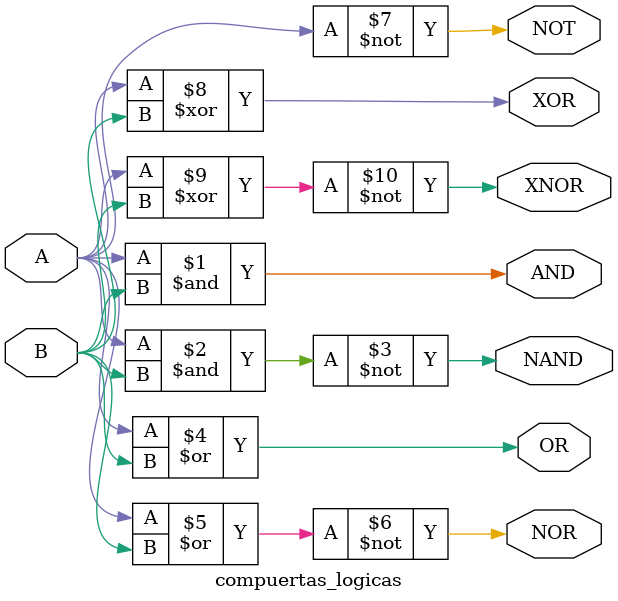
<source format=v>
/* ACT02 Compuertas Logícas | Arquitectura de Computadoras
Estrada Ruvera Gustavo de Jesús 220746114 | 22/08/2025 */

`timescale 1ns/1ns
module compuertas_logicas (
    input A,
	input B,
    output AND,
	output NAND,
    output OR,
	output NOR,
    output NOT,
    output XOR,
    output XNOR
);

assign AND  = A & B;
assign NAND = ~(A & B);
assign OR   = A | B;
assign NOR  = ~(A | B);
assign NOT = ~A;
assign XOR  = A ^ B;
assign XNOR = ~(A ^ B);

endmodule



</source>
